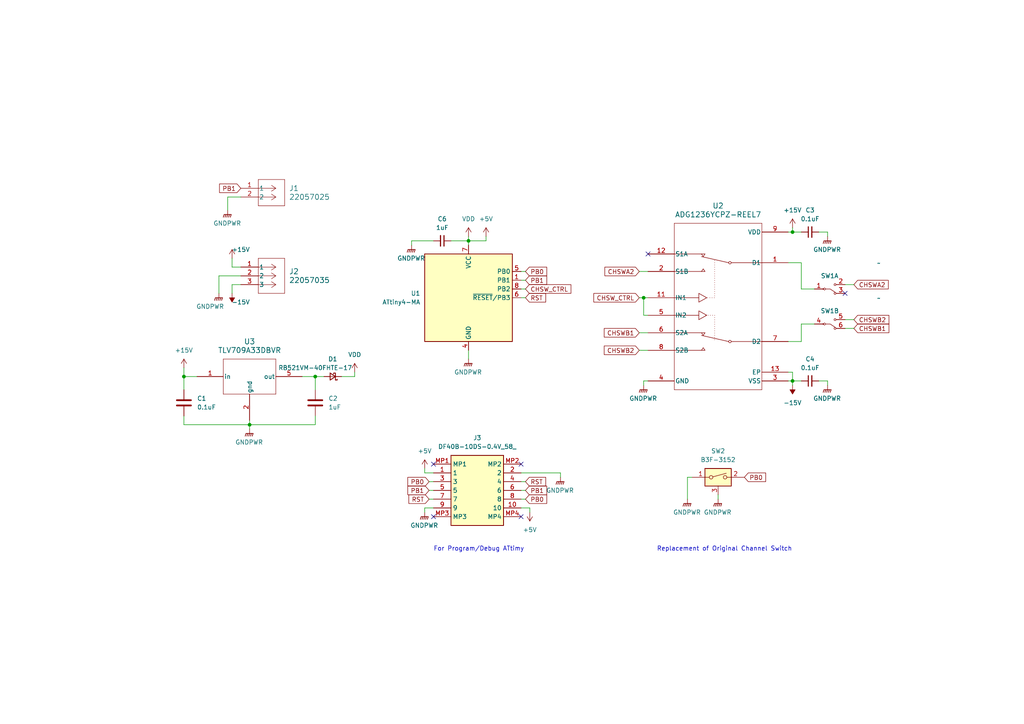
<source format=kicad_sch>
(kicad_sch (version 20230121) (generator eeschema)
  (paper "A4")
  (lib_symbols
    (symbol "22057025:22057025" (pin_names (offset 0.254))
      (property "Reference" "J" (at 8.89 6.35 0))
      (property "Value" "22057025" (at 0 0 0))
      (symbol "22057025_1_1"
        (polyline (pts (xy 5.08 -5.08) (xy 12.7 -5.08)) (stroke (width 0.127)))
        (polyline (pts (xy 5.08 2.54) (xy 5.08 -5.08)) (stroke (width 0.127)))
        (polyline (pts (xy 10.16 -2.54) (xy 5.08 -2.54)) (stroke (width 0.127)))
        (polyline (pts (xy 10.16 -2.54) (xy 8.89 -3.3867)) (stroke (width 0.127)))
        (polyline (pts (xy 10.16 -2.54) (xy 8.89 -1.6933)) (stroke (width 0.127)))
        (polyline (pts (xy 10.16 0) (xy 5.08 0)) (stroke (width 0.127)))
        (polyline (pts (xy 10.16 0) (xy 8.89 -0.8467)) (stroke (width 0.127)))
        (polyline (pts (xy 10.16 0) (xy 8.89 0.8467)) (stroke (width 0.127)))
        (polyline (pts (xy 12.7 -5.08) (xy 12.7 2.54)) (stroke (width 0.127)))
        (polyline (pts (xy 12.7 2.54) (xy 5.08 2.54)) (stroke (width 0.127)))
        (pin unspecified line (at 0 0 0) (length 5.08) (name "1") (number "1"))
        (pin unspecified line (at 0 -2.54 0) (length 5.08) (name "2") (number "2"))
      )
      (symbol "22057025_1_2"
        (polyline (pts (xy 5.08 -5.08) (xy 12.7 -5.08)) (stroke (width 0.127)))
        (polyline (pts (xy 5.08 2.54) (xy 5.08 -5.08)) (stroke (width 0.127)))
        (polyline (pts (xy 7.62 -2.54) (xy 5.08 -2.54)) (stroke (width 0.127)))
        (polyline (pts (xy 7.62 -2.54) (xy 8.89 -3.3867)) (stroke (width 0.127)))
        (polyline (pts (xy 7.62 -2.54) (xy 8.89 -1.6933)) (stroke (width 0.127)))
        (polyline (pts (xy 7.62 0) (xy 5.08 0)) (stroke (width 0.127)))
        (polyline (pts (xy 7.62 0) (xy 8.89 -0.8467)) (stroke (width 0.127)))
        (polyline (pts (xy 7.62 0) (xy 8.89 0.8467)) (stroke (width 0.127)))
        (polyline (pts (xy 12.7 -5.08) (xy 12.7 2.54)) (stroke (width 0.127)))
        (polyline (pts (xy 12.7 2.54) (xy 5.08 2.54)) (stroke (width 0.127)))
        (pin unspecified line (at 0 0 0) (length 5.08) (name "1") (number "1"))
        (pin unspecified line (at 0 -2.54 0) (length 5.08) (name "2") (number "2"))
      )
    )
    (symbol "22057035:22057035" (pin_names (offset 0.254))
      (property "Reference" "J" (at 8.89 6.35 0))
      (property "Value" "22057035" (at 0 0 0))
      (symbol "22057035_1_1"
        (polyline (pts (xy 5.08 -7.62) (xy 12.7 -7.62)) (stroke (width 0.127)))
        (polyline (pts (xy 5.08 2.54) (xy 5.08 -7.62)) (stroke (width 0.127)))
        (polyline (pts (xy 10.16 -5.08) (xy 5.08 -5.08)) (stroke (width 0.127)))
        (polyline (pts (xy 10.16 -5.08) (xy 8.89 -5.9267)) (stroke (width 0.127)))
        (polyline (pts (xy 10.16 -5.08) (xy 8.89 -4.2333)) (stroke (width 0.127)))
        (polyline (pts (xy 10.16 -2.54) (xy 5.08 -2.54)) (stroke (width 0.127)))
        (polyline (pts (xy 10.16 -2.54) (xy 8.89 -3.3867)) (stroke (width 0.127)))
        (polyline (pts (xy 10.16 -2.54) (xy 8.89 -1.6933)) (stroke (width 0.127)))
        (polyline (pts (xy 10.16 0) (xy 5.08 0)) (stroke (width 0.127)))
        (polyline (pts (xy 10.16 0) (xy 8.89 -0.8467)) (stroke (width 0.127)))
        (polyline (pts (xy 10.16 0) (xy 8.89 0.8467)) (stroke (width 0.127)))
        (polyline (pts (xy 12.7 -7.62) (xy 12.7 2.54)) (stroke (width 0.127)))
        (polyline (pts (xy 12.7 2.54) (xy 5.08 2.54)) (stroke (width 0.127)))
        (pin unspecified line (at 0 0 0) (length 5.08) (name "1") (number "1"))
        (pin unspecified line (at 0 -2.54 0) (length 5.08) (name "2") (number "2"))
        (pin unspecified line (at 0 -5.08 0) (length 5.08) (name "3") (number "3"))
      )
      (symbol "22057035_1_2"
        (polyline (pts (xy 5.08 -7.62) (xy 12.7 -7.62)) (stroke (width 0.127)))
        (polyline (pts (xy 5.08 2.54) (xy 5.08 -7.62)) (stroke (width 0.127)))
        (polyline (pts (xy 7.62 -5.08) (xy 5.08 -5.08)) (stroke (width 0.127)))
        (polyline (pts (xy 7.62 -5.08) (xy 8.89 -5.9267)) (stroke (width 0.127)))
        (polyline (pts (xy 7.62 -5.08) (xy 8.89 -4.2333)) (stroke (width 0.127)))
        (polyline (pts (xy 7.62 -2.54) (xy 5.08 -2.54)) (stroke (width 0.127)))
        (polyline (pts (xy 7.62 -2.54) (xy 8.89 -3.3867)) (stroke (width 0.127)))
        (polyline (pts (xy 7.62 -2.54) (xy 8.89 -1.6933)) (stroke (width 0.127)))
        (polyline (pts (xy 7.62 0) (xy 5.08 0)) (stroke (width 0.127)))
        (polyline (pts (xy 7.62 0) (xy 8.89 -0.8467)) (stroke (width 0.127)))
        (polyline (pts (xy 7.62 0) (xy 8.89 0.8467)) (stroke (width 0.127)))
        (polyline (pts (xy 12.7 -7.62) (xy 12.7 2.54)) (stroke (width 0.127)))
        (polyline (pts (xy 12.7 2.54) (xy 5.08 2.54)) (stroke (width 0.127)))
        (pin unspecified line (at 0 0 0) (length 5.08) (name "1") (number "1"))
        (pin unspecified line (at 0 -2.54 0) (length 5.08) (name "2") (number "2"))
        (pin unspecified line (at 0 -5.08 0) (length 5.08) (name "3") (number "3"))
      )
    )
    (symbol "ADG1236YCPZ-REEL7:ADG1236YCPZ-REEL7" (pin_names (offset 0.254))
      (property "Reference" "U" (at 0 26.67 0))
      (property "Value" "ADG1236YCPZ-REEL7" (at 0 24.13 0))
      (symbol "ADG1236YCPZ-REEL7_0_1"
        (polyline (pts (xy -12.7 -26.67) (xy 12.7 -26.67)) (stroke (width 0.127)))
        (polyline (pts (xy -12.7 21.59) (xy -12.7 -26.67)) (stroke (width 0.127)))
        (polyline (pts (xy 12.7 -26.67) (xy 12.7 21.59)) (stroke (width 0.127)))
        (polyline (pts (xy 12.7 21.59) (xy -12.7 21.59)) (stroke (width 0.127)))
        (pin passive line (at 20.32 10.16 180) (length 7.62) (name "D1") (number "1"))
        (pin input line (at -20.32 0 0) (length 7.62) (name "IN1") (number "11"))
        (pin passive line (at -20.32 12.7 0) (length 7.62) (name "S1A") (number "12"))
        (pin passive line (at 20.32 -21.59 180) (length 7.62) (name "EP") (number "13"))
        (pin passive line (at -20.32 7.62 0) (length 7.62) (name "S1B") (number "2"))
        (pin power_in line (at 20.32 -24.13 180) (length 7.62) (name "VSS") (number "3"))
        (pin passive line (at -20.32 -24.13 0) (length 7.62) (name "GND") (number "4"))
        (pin input line (at -20.32 -5.08 0) (length 7.62) (name "IN2") (number "5"))
        (pin passive line (at -20.32 -10.16 0) (length 7.62) (name "S2A") (number "6"))
        (pin passive line (at 20.32 -12.7 180) (length 7.62) (name "D2") (number "7"))
        (pin passive line (at -20.32 -15.24 0) (length 7.62) (name "S2B") (number "8"))
        (pin power_in line (at 20.32 19.05 180) (length 7.62) (name "VDD") (number "9"))
      )
      (symbol "ADG1236YCPZ-REEL7_1_1"
        (polyline (pts (xy -12.7 -15.24) (xy -3.81 -15.24)))
        (polyline (pts (xy -12.7 -10.16) (xy -3.81 -10.16)))
        (polyline (pts (xy -12.7 -5.08) (xy -5.588 -5.08)))
        (polyline (pts (xy -12.7 0) (xy -5.588 0)))
        (polyline (pts (xy -12.7 7.62) (xy -3.81 7.62)))
        (polyline (pts (xy -12.7 12.7) (xy -3.81 12.7)))
        (polyline (pts (xy -4.318 -10.922) (xy -4.826 -10.16)))
        (polyline (pts (xy -4.318 11.938) (xy -4.826 12.7)))
        (polyline (pts (xy -3.81 -10.16) (xy -4.318 -10.922)))
        (polyline (pts (xy -3.81 12.7) (xy -4.318 11.938)))
        (polyline (pts (xy 3.048 -12.7) (xy -4.826 -10.922)))
        (polyline (pts (xy 3.048 10.16) (xy -4.826 11.938)))
        (polyline (pts (xy 12.7 -12.7) (xy 3.81 -12.7)))
        (polyline (pts (xy 12.7 10.16) (xy 3.81 10.16)))
        (polyline (pts (xy -3.81 -15.24) (xy -4.318 -14.478) (xy -4.826 -15.24)))
        (polyline (pts (xy -3.81 7.62) (xy -4.318 8.382) (xy -4.826 7.62)))
        (polyline (pts (xy -3.556 -5.08) (xy -1.016 -5.08) (xy -1.016 -12.192)) (stroke (width 0) (type dot)))
        (polyline (pts (xy -3.048 0) (xy -1.016 0) (xy -1.016 10.922)) (stroke (width 0) (type dot)))
        (polyline (pts (xy -5.588 -6.35) (xy -5.588 -3.81) (xy -3.302 -5.08) (xy -5.588 -6.35)))
        (polyline (pts (xy -5.588 1.27) (xy -5.588 -1.27) (xy -3.302 0) (xy -5.588 1.27)))
        (circle (center 3.429 -12.7) (radius 0.3592))
        (circle (center 3.429 10.16) (radius 0.3592))
        (pin no_connect line (at -2.54 20.32 0) (length 7.62) hide (name "NC") (number "10"))
      )
    )
    (symbol "B3F-3152:B3F-3152"
      (property "Reference" "SW" (at -2.54 3.81 0))
      (property "Value" "B3F-3152" (at 2.54 -3.81 0))
      (symbol "B3F-3152_0_0"
        (circle (center -2.032 0) (radius 0.508))
        (polyline (pts (xy -1.524 0.127) (xy 2.3622 1.1684)))
        (circle (center 2.032 0) (radius 0.508))
      )
      (symbol "B3F-3152_0_1"
        (rectangle (start -3.81 2.54) (end 3.81 -2.54) (stroke (width 0.254)) (fill (type background)))
      )
      (symbol "B3F-3152_1_1"
        (pin passive line (at -7.62 0 0) (length 5.08) (name "~") (number "1"))
        (pin passive line (at 7.62 0 180) (length 5.08) (name "~") (number "2"))
        (pin passive line (at 0 -5.08 90) (length 2.54) (name "") (number "3"))
      )
    )
    (symbol "DF40B-10DS-0_4V_58_:DF40B-10DS-0.4V_58_"
      (property "Reference" "J" (at 21.59 7.62 0))
      (property "Value" "DF40B-10DS-0.4V_58_" (at 21.59 5.08 0))
      (symbol "DF40B-10DS-0.4V_58__1_1"
        (rectangle (start 5.08 2.54) (end 20.32 -17.78) (stroke (width 0.254)) (fill (type background)))
        (pin passive line (at 0 -2.54 0) (length 5.08) (name "1") (number "1"))
        (pin passive line (at 25.4 -12.7 180) (length 5.08) (name "10") (number "10"))
        (pin passive line (at 25.4 -2.54 180) (length 5.08) (name "2") (number "2"))
        (pin passive line (at 0 -5.08 0) (length 5.08) (name "3") (number "3"))
        (pin passive line (at 25.4 -5.08 180) (length 5.08) (name "4") (number "4"))
        (pin passive line (at 0 -7.62 0) (length 5.08) (name "5") (number "5"))
        (pin passive line (at 25.4 -7.62 180) (length 5.08) (name "6") (number "6"))
        (pin passive line (at 0 -10.16 0) (length 5.08) (name "7") (number "7"))
        (pin passive line (at 25.4 -10.16 180) (length 5.08) (name "8") (number "8"))
        (pin passive line (at 0 -12.7 0) (length 5.08) (name "9") (number "9"))
        (pin passive line (at 0 0 0) (length 5.08) (name "MP1") (number "MP1"))
        (pin passive line (at 25.4 0 180) (length 5.08) (name "MP2") (number "MP2"))
        (pin passive line (at 0 -15.24 0) (length 5.08) (name "MP3") (number "MP3"))
        (pin passive line (at 25.4 -15.24 180) (length 5.08) (name "MP4") (number "MP4"))
      )
    )
    (symbol "Device:C" (pin_numbers hide) (pin_names (offset 0.254))
      (property "Reference" "C" (at 0.635 2.54 0))
      (property "Value" "C" (at 0.635 -2.54 0))
      (symbol "C_0_1"
        (polyline (pts (xy -2.032 -0.762) (xy 2.032 -0.762)) (stroke (width 0.508)))
        (polyline (pts (xy -2.032 0.762) (xy 2.032 0.762)) (stroke (width 0.508)))
      )
      (symbol "C_1_1"
        (pin passive line (at 0 3.81 270) (length 2.794) (name "~") (number "1"))
        (pin passive line (at 0 -3.81 90) (length 2.794) (name "~") (number "2"))
      )
    )
    (symbol "Device:C_Small" (pin_numbers hide) (pin_names (offset 0.254) hide)
      (property "Reference" "C" (at 0.254 1.778 0))
      (property "Value" "C_Small" (at 0.254 -2.032 0))
      (symbol "C_Small_0_1"
        (polyline (pts (xy -1.524 -0.508) (xy 1.524 -0.508)) (stroke (width 0.3302)))
        (polyline (pts (xy -1.524 0.508) (xy 1.524 0.508)) (stroke (width 0.3048)))
      )
      (symbol "C_Small_1_1"
        (pin passive line (at 0 2.54 270) (length 2.032) (name "~") (number "1"))
        (pin passive line (at 0 -2.54 90) (length 2.032) (name "~") (number "2"))
      )
    )
    (symbol "Device:D_Schottky_Small" (pin_numbers hide) (pin_names (offset 0.254) hide)
      (property "Reference" "D" (at -1.27 2.032 0))
      (property "Value" "D_Schottky_Small" (at -7.112 -2.032 0))
      (symbol "D_Schottky_Small_0_1"
        (polyline (pts (xy -0.762 0) (xy 0.762 0)))
        (polyline (pts (xy 0.762 -1.016) (xy -0.762 0) (xy 0.762 1.016) (xy 0.762 -1.016)) (stroke (width 0.254)))
        (polyline (pts (xy -1.27 0.762) (xy -1.27 1.016) (xy -0.762 1.016) (xy -0.762 -1.016) (xy -0.254 -1.016) (xy -0.254 -0.762)) (stroke (width 0.254)))
      )
      (symbol "D_Schottky_Small_1_1"
        (pin passive line (at -2.54 0 0) (length 1.778) (name "K") (number "1"))
        (pin passive line (at 2.54 0 180) (length 1.778) (name "A") (number "2"))
      )
    )
    (symbol "MCU_Microchip_ATtiny:ATtiny4-MA"
      (property "Reference" "U" (at -12.7 13.97 0))
      (property "Value" "ATtiny4-MA" (at 2.54 -13.97 0))
      (symbol "ATtiny4-MA_0_1"
        (rectangle (start -12.7 -12.7) (end 12.7 12.7) (stroke (width 0.254)) (fill (type background)))
      )
      (symbol "ATtiny4-MA_1_1"
        (pin bidirectional line (at 15.24 5.08 180) (length 2.54) (name "PB1") (number "1"))
        (pin no_connect line (at -12.7 7.62 0) (length 2.54) hide (name "NC") (number "2"))
        (pin no_connect line (at -12.7 5.08 0) (length 2.54) hide (name "NC") (number "3"))
        (pin power_in line (at 0 -15.24 90) (length 2.54) (name "GND") (number "4"))
        (pin bidirectional line (at 15.24 7.62 180) (length 2.54) (name "PB0") (number "5"))
        (pin bidirectional line (at 15.24 0 180) (length 2.54) (name "~{RESET}/PB3") (number "6"))
        (pin power_in line (at 0 15.24 270) (length 2.54) (name "VCC") (number "7"))
        (pin bidirectional line (at 15.24 2.54 180) (length 2.54) (name "PB2") (number "8"))
      )
    )
    (symbol "Marshall-DPDT-Toggle_Switch:Marshall-DPDT-Toggle_Switch" (pin_names hide)
      (property "Reference" "SW" (at 0 3.81 0))
      (symbol "Marshall-DPDT-Toggle_Switch_1_1"
        (circle (center -2.54 0) (radius 0.0001))
        (circle (center -2.54 0) (radius 0.0001))
        (circle (center -2.54 0) (radius 0.0001))
        (circle (center -2.54 0) (radius 0.0001))
        (circle (center -2.54 0) (radius 0.0001))
        (circle (center -2.54 0) (radius 0.0001))
        (circle (center -2.54 0) (radius 0.0001))
        (circle (center -2.54 0) (radius 0.0001))
        (circle (center -2.54 0) (radius 0.0001) (stroke (width 0.1)))
        (circle (center -2.159 0) (radius 0.284))
        (polyline (pts (xy -1.905 0) (xy -1.905 0)))
        (polyline (pts (xy -1.778 0) (xy -0.508 0) (xy 1.016 -1.016)))
        (circle (center 0.889 -1.27) (radius 0.284))
        (circle (center 0.889 1.27) (radius 0.284))
        (pin passive line (at -5.08 0 0) (length 2.54) (name "A1") (number "1"))
        (pin passive line (at 3.81 1.27 180) (length 2.54) (name "A2") (number "2"))
        (pin passive line (at 3.81 -1.27 180) (length 2.54) (name "A3") (number "3"))
      )
      (symbol "Marshall-DPDT-Toggle_Switch_2_1"
        (circle (center -2.54 0) (radius 0.0001))
        (circle (center -2.54 0) (radius 0.0001))
        (circle (center -2.54 0) (radius 0.0001))
        (circle (center -2.54 0) (radius 0.0001))
        (circle (center -2.54 0) (radius 0.0001))
        (circle (center -2.54 0) (radius 0.0001))
        (circle (center -2.54 0) (radius 0.0001))
        (circle (center -2.54 0) (radius 0.0001))
        (circle (center -2.159 0) (radius 0.284))
        (polyline (pts (xy -1.905 0) (xy -1.905 0)))
        (polyline (pts (xy -1.778 0) (xy -0.508 0) (xy 1.016 -1.016)))
        (circle (center 0.889 -1.27) (radius 0.284))
        (circle (center 0.889 1.27) (radius 0.284))
        (pin passive line (at -5.08 0 0) (length 2.54) (name "B1") (number "4"))
        (pin passive line (at 3.81 1.27 180) (length 2.54) (name "B2") (number "5"))
        (pin passive line (at 3.81 -1.27 180) (length 2.54) (name "B3") (number "6"))
      )
    )
    (symbol "TLV709A33DBVR:PTLV709A33DBVR" (pin_names (offset 0.254))
      (property "Reference" "U" (at 15.24 10.16 0))
      (property "Value" "PTLV709A33DBVR" (at 15.24 7.62 0))
      (symbol "PTLV709A33DBVR_0_1"
        (polyline (pts (xy 7.62 -5.08) (xy 22.86 -5.08)) (stroke (width 0.127)))
        (polyline (pts (xy 7.62 5.08) (xy 7.62 -5.08)) (stroke (width 0.127)))
        (polyline (pts (xy 22.86 -5.08) (xy 22.86 5.08)) (stroke (width 0.127)))
        (polyline (pts (xy 22.86 5.08) (xy 7.62 5.08)) (stroke (width 0.127)))
        (pin input line (at 0 0 0) (length 7.62) (name "in") (number "1"))
        (pin power_out line (at 15.24 -12.7 90) (length 7.62) (name "gnd") (number "2"))
        (pin output line (at 30.48 0 180) (length 7.62) (name "out") (number "5"))
      )
      (symbol "PTLV709A33DBVR_1_1"
        (pin no_connect line (at 11.43 3.81 0) (length 7.62) hide (name "nc") (number "3"))
        (pin no_connect line (at 11.43 1.27 0) (length 7.62) hide (name "nc") (number "4"))
      )
    )
    (symbol "power:+15V" (power) (pin_names (offset 0))
      (property "Value" "+15V" (at 0 3.556 0))
      (symbol "+15V_0_1"
        (polyline (pts (xy -0.762 1.27) (xy 0 2.54)))
        (polyline (pts (xy 0 0) (xy 0 2.54)))
        (polyline (pts (xy 0 2.54) (xy 0.762 1.27)))
      )
      (symbol "+15V_1_1"
        (pin power_in line (at 0 0 90) (length 0) hide (name "+15V") (number "1"))
      )
    )
    (symbol "power:+5V" (power) (pin_names (offset 0))
      (property "Value" "+5V" (at 0 3.556 0))
      (symbol "+5V_0_1"
        (polyline (pts (xy -0.762 1.27) (xy 0 2.54)))
        (polyline (pts (xy 0 0) (xy 0 2.54)))
        (polyline (pts (xy 0 2.54) (xy 0.762 1.27)))
      )
      (symbol "+5V_1_1"
        (pin power_in line (at 0 0 90) (length 0) hide (name "+5V") (number "1"))
      )
    )
    (symbol "power:-15V" (power) (pin_names (offset 0))
      (property "Value" "-15V" (at 0 3.81 0))
      (symbol "-15V_0_0"
        (pin power_in line (at 0 0 90) (length 0) hide (name "-15V") (number "1"))
      )
      (symbol "-15V_0_1"
        (polyline (pts (xy 0 0) (xy 0 1.27) (xy 0.762 1.27) (xy 0 2.54) (xy -0.762 1.27) (xy 0 1.27)) (fill (type outline)))
      )
    )
    (symbol "power:GNDPWR" (power) (pin_names (offset 0))
      (property "Value" "GNDPWR" (at 0 -3.302 0))
      (symbol "GNDPWR_0_1"
        (polyline (pts (xy 0 -1.27) (xy 0 0)))
        (polyline (pts (xy -1.016 -1.27) (xy -1.27 -2.032) (xy -1.27 -2.032)) (stroke (width 0.2032)))
        (polyline (pts (xy -0.508 -1.27) (xy -0.762 -2.032) (xy -0.762 -2.032)) (stroke (width 0.2032)))
        (polyline (pts (xy 0 -1.27) (xy -0.254 -2.032) (xy -0.254 -2.032)) (stroke (width 0.2032)))
        (polyline (pts (xy 0.508 -1.27) (xy 0.254 -2.032) (xy 0.254 -2.032)) (stroke (width 0.2032)))
        (polyline (pts (xy 1.016 -1.27) (xy -1.016 -1.27) (xy -1.016 -1.27)) (stroke (width 0.2032)))
        (polyline (pts (xy 1.016 -1.27) (xy 0.762 -2.032) (xy 0.762 -2.032) (xy 0.762 -2.032)) (stroke (width 0.2032)))
      )
      (symbol "GNDPWR_1_1"
        (pin power_in line (at 0 0 270) (length 0) hide (name "GNDPWR") (number "1"))
      )
    )
    (symbol "power:VDD" (power) (pin_names (offset 0))
      (property "Value" "VDD" (at 0 3.81 0))
      (symbol "VDD_0_1"
        (polyline (pts (xy -0.762 1.27) (xy 0 2.54)))
        (polyline (pts (xy 0 0) (xy 0 2.54)))
        (polyline (pts (xy 0 2.54) (xy 0.762 1.27)))
      )
      (symbol "VDD_1_1"
        (pin power_in line (at 0 0 90) (length 0) hide (name "VDD") (number "1"))
      )
    )
  )
  (junction (at 186.69 86.36))
  (junction (at 229.87 67.31))
  (junction (at 229.87 110.49))
  (junction (at 91.44 109.22))
  (junction (at 72.39 123.19))
  (junction (at 53.34 109.22))
  (junction (at 135.89 69.85))
  (no_connect (at 125.73 134.62))
  (no_connect (at 151.13 134.62))
  (no_connect (at 151.13 149.86))
  (no_connect (at 187.96 73.66))
  (no_connect (at 245.11 85.09))
  (no_connect (at 125.73 149.86))
  (wire (pts (xy 186.69 110.49) (xy 187.96 110.49)))
  (wire (pts (xy 229.87 67.31) (xy 232.41 67.31)))
  (wire (pts (xy 185.42 86.36) (xy 186.69 86.36)))
  (wire (pts (xy 152.4 144.78) (xy 151.13 144.78)))
  (wire (pts (xy 140.97 68.58) (xy 140.97 69.85)))
  (wire (pts (xy 153.67 147.32) (xy 151.13 147.32)))
  (wire (pts (xy 135.89 69.85) (xy 135.89 71.12)))
  (wire (pts (xy 237.49 67.31) (xy 240.03 67.31)))
  (wire (pts (xy 151.13 81.28) (xy 152.4 81.28)))
  (wire (pts (xy 232.41 83.82) (xy 236.22 83.82)))
  (wire (pts (xy 232.41 76.2) (xy 232.41 83.82)))
  (wire (pts (xy 53.34 120.65) (xy 53.34 123.19)))
  (wire (pts (xy 123.19 137.16) (xy 123.19 135.89)))
  (wire (pts (xy 53.34 109.22) (xy 53.34 113.03)))
  (wire (pts (xy 228.6 99.06) (xy 232.41 99.06)))
  (wire (pts (xy 186.69 91.44) (xy 187.96 91.44)))
  (wire (pts (xy 232.41 93.98) (xy 236.22 93.98)))
  (wire (pts (xy 72.39 123.19) (xy 72.39 124.46)))
  (wire (pts (xy 119.38 69.85) (xy 119.38 71.12)))
  (wire (pts (xy 67.31 82.55) (xy 67.31 85.09)))
  (wire (pts (xy 152.4 139.7) (xy 151.13 139.7)))
  (wire (pts (xy 208.28 143.51) (xy 208.28 144.78)))
  (wire (pts (xy 229.87 67.31) (xy 229.87 66.04)))
  (wire (pts (xy 245.11 95.25) (xy 247.65 95.25)))
  (wire (pts (xy 240.03 110.49) (xy 240.03 111.76)))
  (wire (pts (xy 91.44 123.19) (xy 91.44 120.65)))
  (wire (pts (xy 87.63 109.22) (xy 91.44 109.22)))
  (wire (pts (xy 66.04 57.15) (xy 66.04 60.96)))
  (wire (pts (xy 69.85 77.47) (xy 67.31 77.47)))
  (wire (pts (xy 91.44 109.22) (xy 93.98 109.22)))
  (wire (pts (xy 67.31 77.47) (xy 67.31 74.93)))
  (wire (pts (xy 153.67 147.32) (xy 153.67 148.59)))
  (wire (pts (xy 245.11 82.55) (xy 247.65 82.55)))
  (wire (pts (xy 66.04 57.15) (xy 69.85 57.15)))
  (wire (pts (xy 135.89 68.58) (xy 135.89 69.85)))
  (wire (pts (xy 200.66 138.43) (xy 199.39 138.43)))
  (wire (pts (xy 240.03 67.31) (xy 240.03 68.58)))
  (wire (pts (xy 229.87 107.95) (xy 229.87 110.49)))
  (wire (pts (xy 228.6 76.2) (xy 232.41 76.2)))
  (wire (pts (xy 245.11 92.71) (xy 247.65 92.71)))
  (wire (pts (xy 152.4 142.24) (xy 151.13 142.24)))
  (wire (pts (xy 232.41 99.06) (xy 232.41 93.98)))
  (wire (pts (xy 123.19 137.16) (xy 125.73 137.16)))
  (wire (pts (xy 63.5 80.01) (xy 63.5 85.09)))
  (wire (pts (xy 102.87 109.22) (xy 102.87 107.95)))
  (wire (pts (xy 69.85 82.55) (xy 67.31 82.55)))
  (wire (pts (xy 151.13 137.16) (xy 162.56 137.16)))
  (wire (pts (xy 57.15 109.22) (xy 53.34 109.22)))
  (wire (pts (xy 53.34 106.68) (xy 53.34 109.22)))
  (wire (pts (xy 151.13 86.36) (xy 152.4 86.36)))
  (wire (pts (xy 186.69 111.76) (xy 186.69 110.49)))
  (wire (pts (xy 237.49 110.49) (xy 240.03 110.49)))
  (wire (pts (xy 186.69 86.36) (xy 186.69 91.44)))
  (wire (pts (xy 228.6 110.49) (xy 229.87 110.49)))
  (wire (pts (xy 135.89 101.6) (xy 135.89 104.14)))
  (wire (pts (xy 99.06 109.22) (xy 102.87 109.22)))
  (wire (pts (xy 162.56 137.16) (xy 162.56 138.43)))
  (wire (pts (xy 124.46 144.78) (xy 125.73 144.78)))
  (wire (pts (xy 91.44 109.22) (xy 91.44 113.03)))
  (wire (pts (xy 130.81 69.85) (xy 135.89 69.85)))
  (wire (pts (xy 151.13 83.82) (xy 152.4 83.82)))
  (wire (pts (xy 228.6 67.31) (xy 229.87 67.31)))
  (wire (pts (xy 125.73 69.85) (xy 119.38 69.85)))
  (wire (pts (xy 228.6 107.95) (xy 229.87 107.95)))
  (wire (pts (xy 151.13 78.74) (xy 152.4 78.74)))
  (wire (pts (xy 53.34 123.19) (xy 72.39 123.19)))
  (wire (pts (xy 69.85 80.01) (xy 63.5 80.01)))
  (wire (pts (xy 229.87 110.49) (xy 229.87 111.76)))
  (wire (pts (xy 124.46 142.24) (xy 125.73 142.24)))
  (wire (pts (xy 199.39 138.43) (xy 199.39 144.78)))
  (wire (pts (xy 140.97 69.85) (xy 135.89 69.85)))
  (wire (pts (xy 229.87 110.49) (xy 232.41 110.49)))
  (wire (pts (xy 187.96 86.36) (xy 186.69 86.36)))
  (wire (pts (xy 123.19 147.32) (xy 123.19 148.59)))
  (wire (pts (xy 72.39 121.92) (xy 72.39 123.19)))
  (wire (pts (xy 185.42 78.74) (xy 187.96 78.74)))
  (wire (pts (xy 124.46 139.7) (xy 125.73 139.7)))
  (wire (pts (xy 72.39 123.19) (xy 91.44 123.19)))
  (wire (pts (xy 123.19 147.32) (xy 125.73 147.32)))
  (wire (pts (xy 185.42 101.6) (xy 187.96 101.6)))
  (wire (pts (xy 185.42 96.52) (xy 187.96 96.52)))
  (text "For Program/Debug ATtimy" (at 125.73 160.02 0) (effects (font (size 1.27 1.27)) (justify left bottom)))
  (text "Replacement of Original Channel Switch" (at 190.5 160.02 0) (effects (font (size 1.27 1.27)) (justify left bottom)))
  (global_label "PB1" (shape input) (at 152.4 81.28 0) (property "Intersheetrefs" "${INTERSHEET_REFS}" (effects hide)))
  (global_label "CHSW_CTRL" (shape input) (at 185.42 86.36 180) (property "Intersheetrefs" "${INTERSHEET_REFS}" (effects hide)))
  (global_label "PB1" (shape input) (at 152.4 142.24 0) (property "Intersheetrefs" "${INTERSHEET_REFS}" (effects hide)))
  (global_label "RST" (shape input) (at 152.4 86.36 0) (property "Intersheetrefs" "${INTERSHEET_REFS}" (effects hide)))
  (global_label "PB0" (shape input) (at 152.4 78.74 0) (property "Intersheetrefs" "${INTERSHEET_REFS}" (effects hide)))
  (global_label "CHSWA2" (shape input) (at 185.42 78.74 180) (property "Intersheetrefs" "${INTERSHEET_REFS}" (effects hide)))
  (global_label "CHSWA2" (shape input) (at 247.65 82.55 0) (property "Intersheetrefs" "${INTERSHEET_REFS}" (effects hide)))
  (global_label "PB1" (shape input) (at 124.46 142.24 180) (property "Intersheetrefs" "${INTERSHEET_REFS}" (effects hide)))
  (global_label "PB0" (shape input) (at 215.9 138.43 0) (property "Intersheetrefs" "${INTERSHEET_REFS}" (effects hide)))
  (global_label "RST" (shape input) (at 124.46 144.78 180) (property "Intersheetrefs" "${INTERSHEET_REFS}" (effects hide)))
  (global_label "CHSWB2" (shape input) (at 185.42 101.6 180) (property "Intersheetrefs" "${INTERSHEET_REFS}" (effects hide)))
  (global_label "PB0" (shape input) (at 124.46 139.7 180) (property "Intersheetrefs" "${INTERSHEET_REFS}" (effects hide)))
  (global_label "PB1" (shape input) (at 69.85 54.61 180) (property "Intersheetrefs" "${INTERSHEET_REFS}" (effects hide)))
  (global_label "CHSWB2" (shape input) (at 247.65 92.71 0) (property "Intersheetrefs" "${INTERSHEET_REFS}" (effects hide)))
  (global_label "CHSWB1" (shape input) (at 247.65 95.25 0) (property "Intersheetrefs" "${INTERSHEET_REFS}" (effects hide)))
  (global_label "CHSW_CTRL" (shape input) (at 152.4 83.82 0) (property "Intersheetrefs" "${INTERSHEET_REFS}" (effects hide)))
  (global_label "RST" (shape input) (at 152.4 139.7 0) (property "Intersheetrefs" "${INTERSHEET_REFS}" (effects hide)))
  (global_label "CHSWB1" (shape input) (at 185.42 96.52 180) (property "Intersheetrefs" "${INTERSHEET_REFS}" (effects hide)))
  (global_label "PB0" (shape input) (at 152.4 144.78 0) (property "Intersheetrefs" "${INTERSHEET_REFS}" (effects hide)))
  (symbol (lib_id "MCU_Microchip_ATtiny:ATtiny4-MA") (at 135.89 86.36 0) (unit 1)
    (property "Reference" "U1" (at 121.92 85.09 0) (effects (justify right)))
    (property "Value" "ATtiny4-MA" (at 121.92 87.63 0) (effects (justify right)))
    (property "Footprint" "Package_DFN_QFN:DFN-8-1EP_2x2mm_P0.5mm_EP0.9x1.5mm" (effects hide))
    (property "Datasheet" "http://ww1.microchip.com/downloads/en/DeviceDoc/Atmel-8127-AVR-8-bit-Microcontroller-ATtiny4-ATtiny5-ATtiny9-ATtiny10_Datasheet.pdf" (effects hide))
  )
  (symbol (lib_id "power:GNDPWR") (at 119.38 71.12 0) (unit 1)
    (property "Reference" "#PWR018" (effects hide))
    (property "Value" "GNDPWR" (at 119.253 74.93 0))
  )
  (symbol (lib_id "power:GNDPWR") (at 162.56 138.43 0) (unit 1)
    (property "Reference" "#PWR021" (effects hide))
    (property "Value" "GNDPWR" (at 162.433 142.24 0))
  )
  (symbol (lib_id "power:GNDPWR") (at 240.03 68.58 0) (unit 1)
    (property "Reference" "#PWR010" (effects hide))
    (property "Value" "GNDPWR" (at 239.903 72.39 0))
  )
  (symbol (lib_id "Device:C_Small") (at 234.95 110.49 90) (unit 1)
    (property "Reference" "C4" (at 234.9563 104.14 90))
    (property "Value" "0.1uF" (at 234.9563 106.68 90))
    (property "Footprint" "Capacitor_SMD:C_0805_2012Metric_Pad1.18x1.45mm_HandSolder" (effects hide))
  )
  (symbol (lib_id "power:-15V") (at 67.31 85.09 180) (unit 1)
    (property "Reference" "#PWR02" (effects hide))
    (property "Value" "-15V" (at 69.85 87.63 0))
  )
  (symbol (lib_id "Device:C_Small") (at 234.95 67.31 90) (unit 1)
    (property "Reference" "C3" (at 234.9563 60.96 90))
    (property "Value" "0.1uF" (at 234.9563 63.5 90))
    (property "Footprint" "Capacitor_SMD:C_0805_2012Metric_Pad1.18x1.45mm_HandSolder" (effects hide))
  )
  (symbol (lib_id "22057025:22057025") (at 69.85 54.61 0) (unit 1)
    (property "Reference" "J1" (at 83.82 54.61 0) (effects (font (size 1.524 1.524)) (justify left)))
    (property "Value" "22057025" (at 83.82 57.15 0) (effects (font (size 1.524 1.524)) (justify left)))
    (property "Footprint" "CON_22057025_MOL" (effects hide))
    (property "Datasheet" "22057025" (effects hide))
  )
  (symbol (lib_id "power:GNDPWR") (at 66.04 60.96 0) (unit 1)
    (property "Reference" "#PWR019" (effects hide))
    (property "Value" "GNDPWR" (at 65.913 64.77 0))
  )
  (symbol (lib_id "power:VDD") (at 135.89 68.58 0) (unit 1)
    (property "Reference" "#PWR022" (effects hide))
    (property "Value" "VDD" (at 135.89 63.5 0))
  )
  (symbol (lib_id "power:+5V") (at 140.97 68.58 0) (unit 1)
    (property "Reference" "#PWR015" (effects hide))
    (property "Value" "+5V" (at 140.97 63.5 0))
  )
  (symbol (lib_id "Device:C") (at 91.44 116.84 0) (unit 1)
    (property "Reference" "C2" (at 95.25 115.57 0) (effects (justify left)))
    (property "Value" "1uF" (at 95.25 118.11 0) (effects (justify left)))
    (property "Footprint" "Capacitor_SMD:C_0805_2012Metric_Pad1.18x1.45mm_HandSolder" (effects hide))
  )
  (symbol (lib_id "DF40B-10DS-0_4V_58_:DF40B-10DS-0.4V_58_") (at 125.73 134.62 0) (unit 1)
    (property "Reference" "J3" (at 138.43 127 0))
    (property "Value" "DF40B-10DS-0.4V_58_" (at 138.43 129.54 0))
    (property "Footprint" "DF40B10DS04V58" (effects hide))
    (property "Datasheet" "https://www.hirose.com/en/product/document?clcode=CL0684-4038-8-58&productname=DF40B-10DS-0.4V(58)&series=DF40&documenttype=2DDrawing&lang=en&documentid=0001362224" (effects hide))
    (property "Height" "1.65" (effects hide))
    (property "Mouser Part Number" "798-DF40B10DS0.4V58" (effects hide))
    (property "Mouser Price/Stock" "https://www.mouser.co.uk/ProductDetail/Hirose-Connector/DF40B-10DS-04V58?qs=Gufeu08L%2Fl2V7N6b2liJsQ%3D%3D" (effects hide))
    (property "Manufacturer_Name" "Hirose" (effects hide))
    (property "Manufacturer_Part_Number" "DF40B-10DS-0.4V(58)" (effects hide))
  )
  (symbol (lib_id "Device:C_Small") (at 128.27 69.85 270) (unit 1)
    (property "Reference" "C6" (at 128.2636 63.5 90))
    (property "Value" "1uF" (at 128.2636 66.04 90))
    (property "Footprint" "Capacitor_SMD:C_0805_2012Metric_Pad1.18x1.45mm_HandSolder" (effects hide))
  )
  (symbol (lib_id "power:GNDPWR") (at 63.5 85.09 0) (unit 1)
    (property "Reference" "#PWR03" (effects hide))
    (property "Value" "GNDPWR" (at 60.96 88.9 0))
  )
  (symbol (lib_id "ADG1236YCPZ-REEL7:ADG1236YCPZ-REEL7") (at 208.28 86.36 0) (unit 1)
    (property "Reference" "U2" (at 208.28 59.69 0) (effects (font (size 1.524 1.524))))
    (property "Value" "ADG1236YCPZ-REEL7" (at 208.28 62.23 0) (effects (font (size 1.524 1.524))))
    (property "Footprint" "CP_12_1_ADI" (effects hide))
    (property "Datasheet" "ADG1236YCPZ-REEL7" (effects hide))
  )
  (symbol (lib_id "power:GNDPWR") (at 208.28 144.78 0) (unit 1)
    (property "Reference" "#PWR012" (effects hide))
    (property "Value" "GNDPWR" (at 208.153 148.59 0))
  )
  (symbol (lib_id "power:GNDPWR") (at 240.03 111.76 0) (unit 1)
    (property "Reference" "#PWR011" (effects hide))
    (property "Value" "GNDPWR" (at 239.903 115.57 0))
  )
  (symbol (lib_id "power:GNDPWR") (at 72.39 124.46 0) (unit 1)
    (property "Reference" "#PWR09" (effects hide))
    (property "Value" "GNDPWR" (at 72.263 128.27 0))
  )
  (symbol (lib_id "power:GNDPWR") (at 186.69 111.76 0) (unit 1)
    (property "Reference" "#PWR05" (effects hide))
    (property "Value" "GNDPWR" (at 186.563 115.57 0))
  )
  (symbol (lib_id "Marshall-DPDT-Toggle_Switch:Marshall-DPDT-Toggle_Switch") (at 241.3 93.98 0) (unit 2)
    (property "Reference" "SW1" (at 240.6649 90.17 0))
    (property "Value" "~" (at 254.889 86.487 0))
    (property "Footprint" "Switch_DPDT_Marshall_DPDT:Switch_Toggle_Marshall_DPDT" (effects hide))
  )
  (symbol (lib_id "B3F-3152:B3F-3152") (at 208.28 138.43 0) (unit 1)
    (property "Reference" "SW2" (at 208.28 130.81 0))
    (property "Value" "B3F-3152" (at 208.28 133.35 0))
    (property "Footprint" "B3F3152" (effects hide))
    (property "Datasheet" "http://omronfs.omron.com/en_US/ecb/products/pdf/en-b3f.pdf" (effects hide))
    (property "Height" "7" (effects hide))
    (property "Mouser Part Number" "653-B3F-3152" (effects hide))
    (property "Mouser Price/Stock" "https://www.mouser.co.uk/ProductDetail/Omron-Electronics/B3F-3152?qs=Pjd0UV7BHP%252BLeRBK3ENKog%3D%3D" (effects hide))
    (property "Manufacturer_Name" "Omron Electronics" (effects hide))
    (property "Manufacturer_Part_Number" "B3F-3152" (effects hide))
  )
  (symbol (lib_id "22057035:22057035") (at 69.85 77.47 0) (unit 1)
    (property "Reference" "J2" (at 83.82 78.74 0) (effects (font (size 1.524 1.524)) (justify left)))
    (property "Value" "22057035" (at 83.82 81.28 0) (effects (font (size 1.524 1.524)) (justify left)))
    (property "Footprint" "CON_22057035_MOL" (effects hide))
    (property "Datasheet" "22057035" (effects hide))
  )
  (symbol (lib_id "power:+15V") (at 53.34 106.68 0) (unit 1)
    (property "Reference" "#PWR08" (effects hide))
    (property "Value" "+15V" (at 53.34 101.6 0))
  )
  (symbol (lib_id "Device:C") (at 53.34 116.84 0) (unit 1)
    (property "Reference" "C1" (at 57.15 115.57 0) (effects (justify left)))
    (property "Value" "0.1uF" (at 57.15 118.11 0) (effects (justify left)))
    (property "Footprint" "Capacitor_SMD:C_0805_2012Metric_Pad1.18x1.45mm_HandSolder" (effects hide))
  )
  (symbol (lib_id "power:+15V") (at 67.31 74.93 0) (unit 1)
    (property "Reference" "#PWR01" (effects hide))
    (property "Value" "+15V" (at 69.85 72.39 0))
  )
  (symbol (lib_id "power:VDD") (at 102.87 107.95 0) (unit 1)
    (property "Reference" "#PWR07" (effects hide))
    (property "Value" "VDD" (at 102.87 102.87 0))
  )
  (symbol (lib_id "power:GNDPWR") (at 199.39 144.78 0) (unit 1)
    (property "Reference" "#PWR013" (effects hide))
    (property "Value" "GNDPWR" (at 199.263 148.59 0))
  )
  (symbol (lib_id "power:GNDPWR") (at 123.19 148.59 0) (unit 1)
    (property "Reference" "#PWR017" (effects hide))
    (property "Value" "GNDPWR" (at 123.063 152.4 0))
  )
  (symbol (lib_id "power:+5V") (at 153.67 148.59 180) (unit 1)
    (property "Reference" "#PWR020" (effects hide))
    (property "Value" "+5V" (at 153.67 153.67 0))
  )
  (symbol (lib_id "power:GNDPWR") (at 135.89 104.14 0) (unit 1)
    (property "Reference" "#PWR016" (effects hide))
    (property "Value" "GNDPWR" (at 135.763 107.95 0))
  )
  (symbol (lib_id "TLV709A33DBVR:PTLV709A33DBVR") (at 57.15 109.22 0) (unit 1)
    (property "Reference" "U3" (at 72.39 99.06 0) (effects (font (size 1.524 1.524))))
    (property "Value" "TLV709A33DBVR" (at 72.39 101.6 0) (effects (font (size 1.524 1.524))))
    (property "Footprint" "SOT-23-5_DBV_TEX" (effects hide))
    (property "Datasheet" "PTLV709A33DBVR" (effects hide))
  )
  (symbol (lib_id "power:+5V") (at 123.19 135.89 0) (unit 1)
    (property "Reference" "#PWR014" (effects hide))
    (property "Value" "+5V" (at 123.19 130.81 0))
  )
  (symbol (lib_id "Marshall-DPDT-Toggle_Switch:Marshall-DPDT-Toggle_Switch") (at 241.3 83.82 0) (unit 1)
    (property "Reference" "SW1" (at 240.6399 80.01 0))
    (property "Value" "~" (at 254.889 76.327 0))
    (property "Footprint" "Switch_DPDT_Marshall_DPDT:Switch_Toggle_Marshall_DPDT" (effects hide))
  )
  (symbol (lib_id "Device:D_Schottky_Small") (at 96.52 109.22 180) (unit 1)
    (property "Reference" "D1" (at 96.52 104.14 0))
    (property "Value" "RB521VM-40FHTE-17" (at 91.44 106.68 0))
    (property "Footprint" "Diode_SMD:D_SOD-323_HandSoldering" (effects hide))
  )
  (symbol (lib_id "power:-15V") (at 229.87 111.76 180) (unit 1)
    (property "Reference" "#PWR04" (effects hide))
    (property "Value" "-15V" (at 229.87 116.84 0))
  )
  (symbol (lib_id "power:+15V") (at 229.87 66.04 0) (unit 1)
    (property "Reference" "#PWR06" (effects hide))
    (property "Value" "+15V" (at 229.87 60.96 0))
  )
)
</source>
